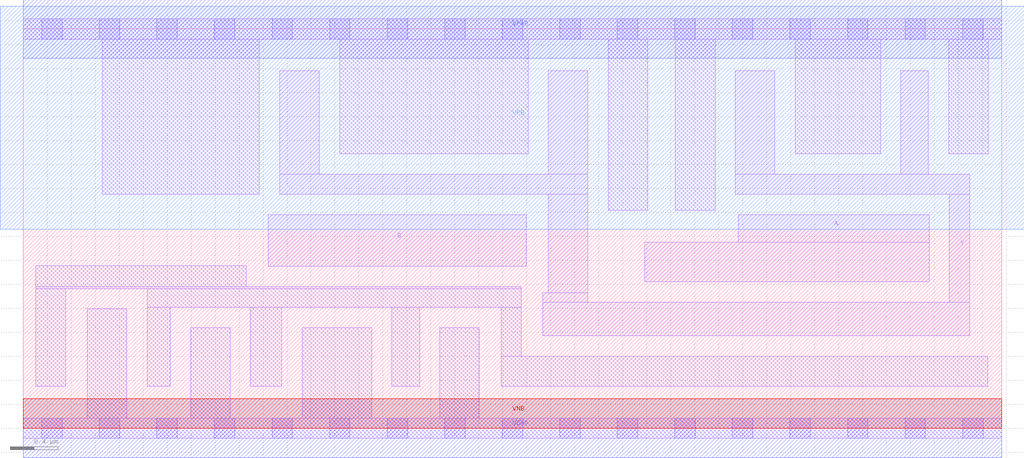
<source format=lef>
# Copyright 2020 The SkyWater PDK Authors
#
# Licensed under the Apache License, Version 2.0 (the "License");
# you may not use this file except in compliance with the License.
# You may obtain a copy of the License at
#
#     https://www.apache.org/licenses/LICENSE-2.0
#
# Unless required by applicable law or agreed to in writing, software
# distributed under the License is distributed on an "AS IS" BASIS,
# WITHOUT WARRANTIES OR CONDITIONS OF ANY KIND, either express or implied.
# See the License for the specific language governing permissions and
# limitations under the License.
#
# SPDX-License-Identifier: Apache-2.0

VERSION 5.7 ;
  NOWIREEXTENSIONATPIN ON ;
  DIVIDERCHAR "/" ;
  BUSBITCHARS "[]" ;
MACRO sky130_fd_sc_hs__nand2_8
  CLASS CORE ;
  FOREIGN sky130_fd_sc_hs__nand2_8 ;
  ORIGIN  0.000000  0.000000 ;
  SIZE  8.160000 BY  3.330000 ;
  SYMMETRY X Y ;
  SITE unit ;
  PIN A
    ANTENNAGATEAREA  1.560000 ;
    DIRECTION INPUT ;
    USE SIGNAL ;
    PORT
      LAYER li1 ;
        RECT 5.185000 1.220000 7.555000 1.550000 ;
        RECT 5.965000 1.550000 7.555000 1.780000 ;
    END
  END A
  PIN B
    ANTENNAGATEAREA  1.560000 ;
    DIRECTION INPUT ;
    USE SIGNAL ;
    PORT
      LAYER li1 ;
        RECT 2.045000 1.350000 4.195000 1.780000 ;
    END
  END B
  PIN Y
    ANTENNADIFFAREA  2.284800 ;
    DIRECTION OUTPUT ;
    USE SIGNAL ;
    PORT
      LAYER li1 ;
        RECT 2.140000 1.950000 4.710000 2.120000 ;
        RECT 2.140000 2.120000 2.470000 2.980000 ;
        RECT 4.335000 0.770000 7.895000 1.050000 ;
        RECT 4.335000 1.050000 4.710000 1.130000 ;
        RECT 4.380000 1.130000 4.710000 1.950000 ;
        RECT 4.380000 2.120000 4.710000 2.980000 ;
        RECT 5.940000 1.950000 7.895000 2.120000 ;
        RECT 5.940000 2.120000 6.270000 2.980000 ;
        RECT 7.320000 2.120000 7.550000 2.980000 ;
        RECT 7.725000 1.050000 7.895000 1.950000 ;
    END
  END Y
  PIN VGND
    DIRECTION INOUT ;
    USE GROUND ;
    PORT
      LAYER met1 ;
        RECT 0.000000 -0.245000 8.160000 0.245000 ;
    END
  END VGND
  PIN VNB
    DIRECTION INOUT ;
    USE GROUND ;
    PORT
      LAYER pwell ;
        RECT 0.000000 0.000000 8.160000 0.245000 ;
    END
  END VNB
  PIN VPB
    DIRECTION INOUT ;
    USE POWER ;
    PORT
      LAYER nwell ;
        RECT -0.190000 1.660000 8.350000 3.520000 ;
    END
  END VPB
  PIN VPWR
    DIRECTION INOUT ;
    USE POWER ;
    PORT
      LAYER met1 ;
        RECT 0.000000 3.085000 8.160000 3.575000 ;
    END
  END VPWR
  OBS
    LAYER li1 ;
      RECT 0.000000 -0.085000 8.160000 0.085000 ;
      RECT 0.000000  3.245000 8.160000 3.415000 ;
      RECT 0.105000  0.350000 0.355000 1.165000 ;
      RECT 0.105000  1.165000 4.155000 1.180000 ;
      RECT 0.105000  1.180000 1.860000 1.355000 ;
      RECT 0.535000  0.085000 0.865000 0.995000 ;
      RECT 0.660000  1.950000 1.970000 3.245000 ;
      RECT 1.035000  0.350000 1.225000 1.010000 ;
      RECT 1.035000  1.010000 4.155000 1.165000 ;
      RECT 1.395000  0.085000 1.725000 0.840000 ;
      RECT 1.895000  0.350000 2.155000 1.010000 ;
      RECT 2.325000  0.085000 2.905000 0.840000 ;
      RECT 2.640000  2.290000 4.210000 3.245000 ;
      RECT 3.075000  0.350000 3.305000 1.010000 ;
      RECT 3.475000  0.085000 3.805000 0.840000 ;
      RECT 3.985000  0.350000 8.045000 0.600000 ;
      RECT 3.985000  0.600000 4.155000 1.010000 ;
      RECT 4.880000  1.820000 5.210000 3.245000 ;
      RECT 5.440000  1.820000 5.770000 3.245000 ;
      RECT 6.440000  2.290000 7.150000 3.245000 ;
      RECT 7.720000  2.290000 8.050000 3.245000 ;
    LAYER mcon ;
      RECT 0.155000 -0.085000 0.325000 0.085000 ;
      RECT 0.155000  3.245000 0.325000 3.415000 ;
      RECT 0.635000 -0.085000 0.805000 0.085000 ;
      RECT 0.635000  3.245000 0.805000 3.415000 ;
      RECT 1.115000 -0.085000 1.285000 0.085000 ;
      RECT 1.115000  3.245000 1.285000 3.415000 ;
      RECT 1.595000 -0.085000 1.765000 0.085000 ;
      RECT 1.595000  3.245000 1.765000 3.415000 ;
      RECT 2.075000 -0.085000 2.245000 0.085000 ;
      RECT 2.075000  3.245000 2.245000 3.415000 ;
      RECT 2.555000 -0.085000 2.725000 0.085000 ;
      RECT 2.555000  3.245000 2.725000 3.415000 ;
      RECT 3.035000 -0.085000 3.205000 0.085000 ;
      RECT 3.035000  3.245000 3.205000 3.415000 ;
      RECT 3.515000 -0.085000 3.685000 0.085000 ;
      RECT 3.515000  3.245000 3.685000 3.415000 ;
      RECT 3.995000 -0.085000 4.165000 0.085000 ;
      RECT 3.995000  3.245000 4.165000 3.415000 ;
      RECT 4.475000 -0.085000 4.645000 0.085000 ;
      RECT 4.475000  3.245000 4.645000 3.415000 ;
      RECT 4.955000 -0.085000 5.125000 0.085000 ;
      RECT 4.955000  3.245000 5.125000 3.415000 ;
      RECT 5.435000 -0.085000 5.605000 0.085000 ;
      RECT 5.435000  3.245000 5.605000 3.415000 ;
      RECT 5.915000 -0.085000 6.085000 0.085000 ;
      RECT 5.915000  3.245000 6.085000 3.415000 ;
      RECT 6.395000 -0.085000 6.565000 0.085000 ;
      RECT 6.395000  3.245000 6.565000 3.415000 ;
      RECT 6.875000 -0.085000 7.045000 0.085000 ;
      RECT 6.875000  3.245000 7.045000 3.415000 ;
      RECT 7.355000 -0.085000 7.525000 0.085000 ;
      RECT 7.355000  3.245000 7.525000 3.415000 ;
      RECT 7.835000 -0.085000 8.005000 0.085000 ;
      RECT 7.835000  3.245000 8.005000 3.415000 ;
  END
END sky130_fd_sc_hs__nand2_8
END LIBRARY

</source>
